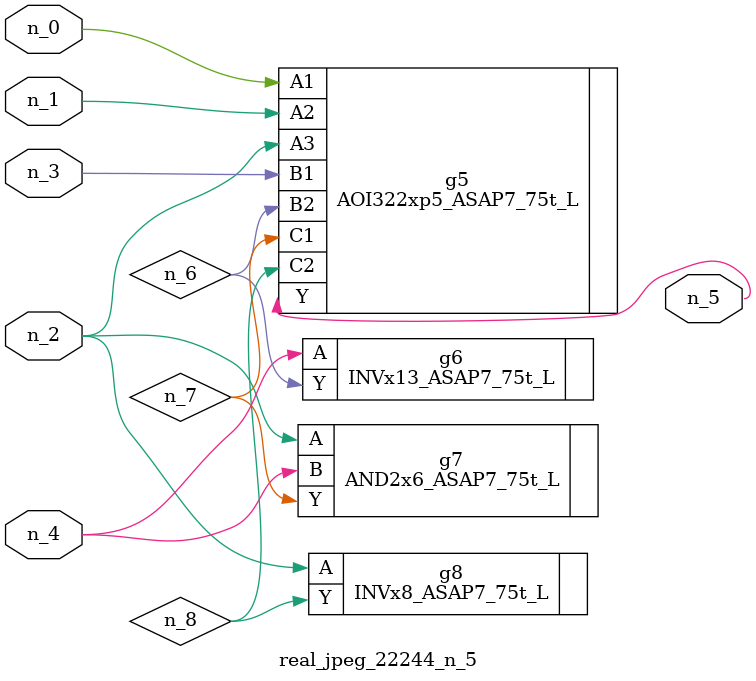
<source format=v>
module real_jpeg_22244_n_5 (n_4, n_0, n_1, n_2, n_3, n_5);

input n_4;
input n_0;
input n_1;
input n_2;
input n_3;

output n_5;

wire n_8;
wire n_6;
wire n_7;

AOI322xp5_ASAP7_75t_L g5 ( 
.A1(n_0),
.A2(n_1),
.A3(n_2),
.B1(n_3),
.B2(n_6),
.C1(n_7),
.C2(n_8),
.Y(n_5)
);

AND2x6_ASAP7_75t_L g7 ( 
.A(n_2),
.B(n_4),
.Y(n_7)
);

INVx8_ASAP7_75t_L g8 ( 
.A(n_2),
.Y(n_8)
);

INVx13_ASAP7_75t_L g6 ( 
.A(n_4),
.Y(n_6)
);


endmodule
</source>
